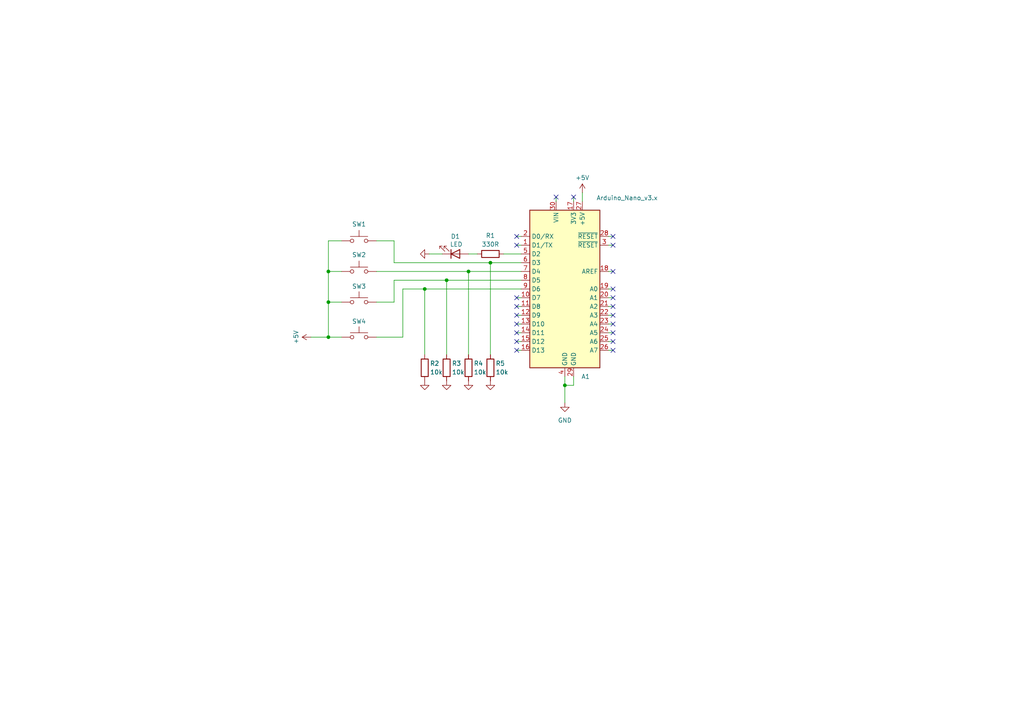
<source format=kicad_sch>
(kicad_sch (version 20231120) (generator "eeschema") (generator_version "8.0")
  (paper "A4")
  (lib_symbols
    (symbol "Device:LED" (pin_numbers hide) (pin_names (offset 1.016) hide)
      (property "Reference" "D" (at 0 2.54 0))
      (property "Value" "LED" (at 0 -2.54 0))
      (symbol "LED_0_1"
        (polyline (pts (xy -1.27 -1.27) (xy -1.27 1.27)) (stroke (width 0.254)))
        (polyline (pts (xy -1.27 0) (xy 1.27 0)))
        (polyline (pts (xy 1.27 -1.27) (xy 1.27 1.27) (xy -1.27 0) (xy 1.27 -1.27)) (stroke (width 0.254)))
        (polyline (pts (xy -3.048 -0.762) (xy -4.572 -2.286) (xy -3.81 -2.286) (xy -4.572 -2.286) (xy -4.572 -1.524)))
        (polyline (pts (xy -1.778 -0.762) (xy -3.302 -2.286) (xy -2.54 -2.286) (xy -3.302 -2.286) (xy -3.302 -1.524)))
      )
      (symbol "LED_1_1"
        (pin passive line (at -3.81 0 0) (length 2.54) (name "K") (number "1"))
        (pin passive line (at 3.81 0 180) (length 2.54) (name "A") (number "2"))
      )
    )
    (symbol "Device:R" (pin_numbers hide) (pin_names (offset 0))
      (property "Reference" "R" (at 2.032 0 90))
      (property "Value" "R" (at 0 0 90))
      (symbol "R_0_1"
        (rectangle (start -1.016 -2.54) (end 1.016 2.54) (stroke (width 0.254)))
      )
      (symbol "R_1_1"
        (pin passive line (at 0 3.81 270) (length 1.27) (name "~") (number "1"))
        (pin passive line (at 0 -3.81 90) (length 1.27) (name "~") (number "2"))
      )
    )
    (symbol "MCU_Module:Arduino_Nano_v3.x"
      (property "Reference" "A" (at -10.16 23.495 0))
      (property "Value" "Arduino_Nano_v3.x" (at 5.08 -24.13 0))
      (symbol "Arduino_Nano_v3.x_0_1"
        (rectangle (start -10.16 22.86) (end 10.16 -22.86) (stroke (width 0.254)) (fill (type background)))
      )
      (symbol "Arduino_Nano_v3.x_1_1"
        (pin bidirectional line (at -12.7 12.7 0) (length 2.54) (name "D1/TX") (number "1"))
        (pin bidirectional line (at -12.7 -2.54 0) (length 2.54) (name "D7") (number "10"))
        (pin bidirectional line (at -12.7 -5.08 0) (length 2.54) (name "D8") (number "11"))
        (pin bidirectional line (at -12.7 -7.62 0) (length 2.54) (name "D9") (number "12"))
        (pin bidirectional line (at -12.7 -10.16 0) (length 2.54) (name "D10") (number "13"))
        (pin bidirectional line (at -12.7 -12.7 0) (length 2.54) (name "D11") (number "14"))
        (pin bidirectional line (at -12.7 -15.24 0) (length 2.54) (name "D12") (number "15"))
        (pin bidirectional line (at -12.7 -17.78 0) (length 2.54) (name "D13") (number "16"))
        (pin power_out line (at 2.54 25.4 270) (length 2.54) (name "3V3") (number "17"))
        (pin input line (at 12.7 5.08 180) (length 2.54) (name "AREF") (number "18"))
        (pin bidirectional line (at 12.7 0 180) (length 2.54) (name "A0") (number "19"))
        (pin bidirectional line (at -12.7 15.24 0) (length 2.54) (name "D0/RX") (number "2"))
        (pin bidirectional line (at 12.7 -2.54 180) (length 2.54) (name "A1") (number "20"))
        (pin bidirectional line (at 12.7 -5.08 180) (length 2.54) (name "A2") (number "21"))
        (pin bidirectional line (at 12.7 -7.62 180) (length 2.54) (name "A3") (number "22"))
        (pin bidirectional line (at 12.7 -10.16 180) (length 2.54) (name "A4") (number "23"))
        (pin bidirectional line (at 12.7 -12.7 180) (length 2.54) (name "A5") (number "24"))
        (pin bidirectional line (at 12.7 -15.24 180) (length 2.54) (name "A6") (number "25"))
        (pin bidirectional line (at 12.7 -17.78 180) (length 2.54) (name "A7") (number "26"))
        (pin power_out line (at 5.08 25.4 270) (length 2.54) (name "+5V") (number "27"))
        (pin input line (at 12.7 15.24 180) (length 2.54) (name "~{RESET}") (number "28"))
        (pin power_in line (at 2.54 -25.4 90) (length 2.54) (name "GND") (number "29"))
        (pin input line (at 12.7 12.7 180) (length 2.54) (name "~{RESET}") (number "3"))
        (pin power_in line (at -2.54 25.4 270) (length 2.54) (name "VIN") (number "30"))
        (pin power_in line (at 0 -25.4 90) (length 2.54) (name "GND") (number "4"))
        (pin bidirectional line (at -12.7 10.16 0) (length 2.54) (name "D2") (number "5"))
        (pin bidirectional line (at -12.7 7.62 0) (length 2.54) (name "D3") (number "6"))
        (pin bidirectional line (at -12.7 5.08 0) (length 2.54) (name "D4") (number "7"))
        (pin bidirectional line (at -12.7 2.54 0) (length 2.54) (name "D5") (number "8"))
        (pin bidirectional line (at -12.7 0 0) (length 2.54) (name "D6") (number "9"))
      )
    )
    (symbol "Switch:SW_Push" (pin_numbers hide) (pin_names (offset 1.016) hide)
      (property "Reference" "SW" (at 1.27 2.54 0))
      (property "Value" "SW_Push" (at 0 -1.524 0))
      (symbol "SW_Push_0_1"
        (circle (center -2.032 0) (radius 0.508))
        (polyline (pts (xy 0 1.27) (xy 0 3.048)))
        (polyline (pts (xy 2.54 1.27) (xy -2.54 1.27)))
        (circle (center 2.032 0) (radius 0.508))
        (pin passive line (at -5.08 0 0) (length 2.54) (name "1") (number "1"))
        (pin passive line (at 5.08 0 180) (length 2.54) (name "2") (number "2"))
      )
    )
    (symbol "power:+5V" (power) (pin_numbers hide) (pin_names (offset 0) hide)
      (property "Value" "+5V" (at 0 3.556 0))
      (symbol "+5V_0_1"
        (polyline (pts (xy -0.762 1.27) (xy 0 2.54)))
        (polyline (pts (xy 0 0) (xy 0 2.54)))
        (polyline (pts (xy 0 2.54) (xy 0.762 1.27)))
      )
      (symbol "+5V_1_1"
        (pin power_in line (at 0 0 90) (length 0) (name "~") (number "1"))
      )
    )
    (symbol "power:GND" (power) (pin_names (offset 0))
      (property "Value" "GND" (at 0 -3.81 0))
      (symbol "GND_0_1"
        (polyline (pts (xy 0 0) (xy 0 -1.27) (xy 1.27 -1.27) (xy 0 -2.54) (xy -1.27 -1.27) (xy 0 -1.27)))
      )
      (symbol "GND_1_1"
        (pin power_in line (at 0 0 270) (length 0) hide (name "GND") (number "1"))
      )
    )
  )
  (junction (at 142.24 76.2))
  (junction (at 95.25 78.74))
  (junction (at 163.83 111.76))
  (junction (at 135.89 78.74))
  (junction (at 123.19 83.82))
  (junction (at 129.54 81.28))
  (junction (at 95.25 97.79))
  (junction (at 95.25 87.63))
  (no_connect (at 149.86 71.12))
  (no_connect (at 177.8 86.36))
  (no_connect (at 149.86 86.36))
  (no_connect (at 177.8 78.74))
  (no_connect (at 149.86 91.44))
  (no_connect (at 177.8 93.98))
  (no_connect (at 177.8 101.6))
  (no_connect (at 149.86 68.58))
  (no_connect (at 177.8 83.82))
  (no_connect (at 177.8 68.58))
  (no_connect (at 177.8 96.52))
  (no_connect (at 149.86 99.06))
  (no_connect (at 177.8 91.44))
  (no_connect (at 177.8 99.06))
  (no_connect (at 149.86 96.52))
  (no_connect (at 149.86 101.6))
  (no_connect (at 177.8 71.12))
  (no_connect (at 161.29 57.15))
  (no_connect (at 149.86 88.9))
  (no_connect (at 166.37 57.15))
  (no_connect (at 177.8 88.9))
  (no_connect (at 149.86 93.98))
  (wire (pts (xy 149.86 88.9) (xy 151.13 88.9)))
  (wire (pts (xy 177.8 71.12) (xy 176.53 71.12)))
  (wire (pts (xy 177.8 99.06) (xy 176.53 99.06)))
  (wire (pts (xy 99.06 69.85) (xy 95.25 69.85)))
  (wire (pts (xy 109.22 87.63) (xy 114.3 87.63)))
  (wire (pts (xy 95.25 78.74) (xy 99.06 78.74)))
  (wire (pts (xy 129.54 81.28) (xy 129.54 102.87)))
  (wire (pts (xy 114.3 81.28) (xy 129.54 81.28)))
  (wire (pts (xy 109.22 69.85) (xy 114.3 69.85)))
  (wire (pts (xy 177.8 91.44) (xy 176.53 91.44)))
  (wire (pts (xy 109.22 78.74) (xy 135.89 78.74)))
  (wire (pts (xy 163.83 111.76) (xy 163.83 116.84)))
  (wire (pts (xy 124.46 73.66) (xy 128.27 73.66)))
  (wire (pts (xy 149.86 96.52) (xy 151.13 96.52)))
  (wire (pts (xy 116.84 83.82) (xy 123.19 83.82)))
  (wire (pts (xy 114.3 69.85) (xy 114.3 76.2)))
  (wire (pts (xy 168.91 55.88) (xy 168.91 58.42)))
  (wire (pts (xy 149.86 86.36) (xy 151.13 86.36)))
  (wire (pts (xy 177.8 88.9) (xy 176.53 88.9)))
  (wire (pts (xy 109.22 97.79) (xy 116.84 97.79)))
  (wire (pts (xy 146.05 73.66) (xy 151.13 73.66)))
  (wire (pts (xy 114.3 81.28) (xy 114.3 87.63)))
  (wire (pts (xy 177.8 83.82) (xy 176.53 83.82)))
  (wire (pts (xy 149.86 93.98) (xy 151.13 93.98)))
  (wire (pts (xy 95.25 87.63) (xy 95.25 97.79)))
  (wire (pts (xy 149.86 71.12) (xy 151.13 71.12)))
  (wire (pts (xy 166.37 57.15) (xy 166.37 58.42)))
  (wire (pts (xy 123.19 83.82) (xy 123.19 102.87)))
  (wire (pts (xy 177.8 86.36) (xy 176.53 86.36)))
  (wire (pts (xy 114.3 76.2) (xy 142.24 76.2)))
  (wire (pts (xy 95.25 78.74) (xy 95.25 87.63)))
  (wire (pts (xy 90.17 97.79) (xy 95.25 97.79)))
  (wire (pts (xy 129.54 81.28) (xy 151.13 81.28)))
  (wire (pts (xy 135.89 78.74) (xy 135.89 102.87)))
  (wire (pts (xy 142.24 76.2) (xy 142.24 102.87)))
  (wire (pts (xy 177.8 78.74) (xy 176.53 78.74)))
  (wire (pts (xy 161.29 57.15) (xy 161.29 58.42)))
  (wire (pts (xy 116.84 83.82) (xy 116.84 97.79)))
  (wire (pts (xy 135.89 73.66) (xy 138.43 73.66)))
  (wire (pts (xy 149.86 101.6) (xy 151.13 101.6)))
  (wire (pts (xy 142.24 76.2) (xy 151.13 76.2)))
  (wire (pts (xy 149.86 91.44) (xy 151.13 91.44)))
  (wire (pts (xy 166.37 109.22) (xy 166.37 111.76)))
  (wire (pts (xy 95.25 87.63) (xy 99.06 87.63)))
  (wire (pts (xy 95.25 69.85) (xy 95.25 78.74)))
  (wire (pts (xy 149.86 68.58) (xy 151.13 68.58)))
  (wire (pts (xy 123.19 83.82) (xy 151.13 83.82)))
  (wire (pts (xy 177.8 101.6) (xy 176.53 101.6)))
  (wire (pts (xy 163.83 109.22) (xy 163.83 111.76)))
  (wire (pts (xy 95.25 97.79) (xy 99.06 97.79)))
  (wire (pts (xy 135.89 78.74) (xy 151.13 78.74)))
  (wire (pts (xy 166.37 111.76) (xy 163.83 111.76)))
  (wire (pts (xy 149.86 99.06) (xy 151.13 99.06)))
  (wire (pts (xy 177.8 68.58) (xy 176.53 68.58)))
  (wire (pts (xy 177.8 93.98) (xy 176.53 93.98)))
  (wire (pts (xy 177.8 96.52) (xy 176.53 96.52)))
  (symbol (lib_id "Device:R") (at 135.89 106.68 0) (unit 1)
    (property "Reference" "R4" (at 137.414 105.41 0) (effects (justify left)))
    (property "Value" "10k" (at 137.414 107.95 0) (effects (justify left)))
    (property "Footprint" "Resistor_THT:R_Axial_DIN0207_L6.3mm_D2.5mm_P10.16mm_Horizontal" (effects (hide yes)))
  )
  (symbol (lib_id "Device:R") (at 123.19 106.68 0) (unit 1)
    (property "Reference" "R2" (at 124.714 105.41 0) (effects (justify left)))
    (property "Value" "10k" (at 124.714 107.95 0) (effects (justify left)))
    (property "Footprint" "Resistor_THT:R_Axial_DIN0207_L6.3mm_D2.5mm_P10.16mm_Horizontal" (effects (hide yes)))
  )
  (symbol (lib_id "power:GND") (at 135.89 110.49 0) (unit 1)
    (property "Reference" "#PWR06" (effects (hide yes)))
    (property "Value" "GND" (effects (hide yes)))
  )
  (symbol (lib_id "Switch:SW_Push") (at 104.14 87.63 0) (unit 1)
    (property "Reference" "SW3" (at 104.14 83.058 0))
    (property "Value" "SW_Push" (effects (hide yes)))
    (property "Footprint" "Button_Switch_THT:SW_PUSH_6mm" (effects (hide yes)))
    (property "Description" "Push button switch, generic, two pins" (effects (hide yes)))
  )
  (symbol (lib_id "Device:LED") (at 132.08 73.66 0) (mirror x) (unit 1)
    (property "Reference" "D1" (at 132.08 68.58 0))
    (property "Value" "LED" (at 132.334 70.866 0))
    (property "Footprint" "LED_THT:LED_D3.0mm_Horizontal_O3.81mm_Z6.0mm" (effects (hide yes)))
  )
  (symbol (lib_id "Switch:SW_Push") (at 104.14 97.79 0) (unit 1)
    (property "Reference" "SW4" (at 104.14 93.218 0))
    (property "Value" "SW_Push" (effects (hide yes)))
    (property "Footprint" "Button_Switch_THT:SW_PUSH_6mm" (effects (hide yes)))
    (property "Description" "Push button switch, generic, two pins" (effects (hide yes)))
  )
  (symbol (lib_id "power:+5V") (at 90.17 97.79 90) (unit 1)
    (property "Reference" "#PWR03" (effects (hide yes)))
    (property "Value" "+5V" (at 85.852 97.79 0))
    (property "Description" "Power symbol creates a global label with name \"+5V\"" (effects (hide yes)))
  )
  (symbol (lib_id "power:GND") (at 123.19 110.49 0) (unit 1)
    (property "Reference" "#PWR04" (effects (hide yes)))
    (property "Value" "GND" (effects (hide yes)))
  )
  (symbol (lib_id "power:GND") (at 124.46 73.66 270) (unit 1)
    (property "Reference" "#PWR02" (effects (hide yes)))
    (property "Value" "GND" (effects (hide yes)))
  )
  (symbol (lib_id "power:+5V") (at 168.91 55.88 0) (unit 1)
    (property "Reference" "#PWR01" (effects (hide yes)))
    (property "Value" "+5V" (at 168.91 51.562 0))
    (property "Description" "Power symbol creates a global label with name \"+5V\"" (effects (hide yes)))
  )
  (symbol (lib_id "Device:R") (at 142.24 73.66 270) (unit 1)
    (property "Reference" "R1" (at 142.24 68.326 90))
    (property "Value" "330R" (at 142.24 70.866 90))
    (property "Footprint" "Resistor_THT:R_Axial_DIN0207_L6.3mm_D2.5mm_P10.16mm_Horizontal" (effects (hide yes)))
  )
  (symbol (lib_id "power:GND") (at 129.54 110.49 0) (unit 1)
    (property "Reference" "#PWR05" (effects (hide yes)))
    (property "Value" "GND" (effects (hide yes)))
  )
  (symbol (lib_id "power:GND") (at 142.24 110.49 0) (unit 1)
    (property "Reference" "#PWR07" (effects (hide yes)))
    (property "Value" "GND" (effects (hide yes)))
  )
  (symbol (lib_id "Device:R") (at 129.54 106.68 0) (unit 1)
    (property "Reference" "R3" (at 131.064 105.41 0) (effects (justify left)))
    (property "Value" "10k" (at 131.064 107.95 0) (effects (justify left)))
    (property "Footprint" "Resistor_THT:R_Axial_DIN0207_L6.3mm_D2.5mm_P10.16mm_Horizontal" (effects (hide yes)))
  )
  (symbol (lib_id "Switch:SW_Push") (at 104.14 78.74 0) (unit 1)
    (property "Reference" "SW2" (at 104.14 73.914 0))
    (property "Value" "SW_Push" (effects (hide yes)))
    (property "Footprint" "Button_Switch_THT:SW_PUSH_6mm" (effects (hide yes)))
    (property "Description" "Push button switch, generic, two pins" (effects (hide yes)))
  )
  (symbol (lib_id "Switch:SW_Push") (at 104.14 69.85 0) (unit 1)
    (property "Reference" "SW1" (at 104.14 65.024 0))
    (property "Value" "SW_Push" (effects (hide yes)))
    (property "Footprint" "Button_Switch_THT:SW_PUSH_6mm" (effects (hide yes)))
    (property "Description" "Push button switch, generic, two pins" (effects (hide yes)))
  )
  (symbol (lib_id "Device:R") (at 142.24 106.68 0) (unit 1)
    (property "Reference" "R5" (at 143.764 105.41 0) (effects (justify left)))
    (property "Value" "10k" (at 143.764 107.95 0) (effects (justify left)))
    (property "Footprint" "Resistor_THT:R_Axial_DIN0207_L6.3mm_D2.5mm_P10.16mm_Horizontal" (effects (hide yes)))
  )
  (symbol (lib_id "power:GND") (at 163.83 116.84 0) (unit 1)
    (property "Reference" "#PWR08" (effects (hide yes)))
    (property "Value" "GND" (at 163.83 121.92 0))
  )
  (symbol (lib_id "MCU_Module:Arduino_Nano_v3.x") (at 163.83 83.82 0) (unit 1)
    (property "Reference" "A1" (at 168.5941 109.22 0) (effects (justify left)))
    (property "Value" "Arduino_Nano_v3.x" (at 172.974 57.404 0) (effects (justify left)))
    (property "Footprint" "Module:Arduino_Nano" (effects (hide yes)))
    (property "Datasheet" "http://www.mouser.com/pdfdocs/Gravitech_Arduino_Nano3_0.pdf" (effects (hide yes)))
    (property "Description" "Arduino Nano v3.x" (effects (hide yes)))
  )
)
</source>
